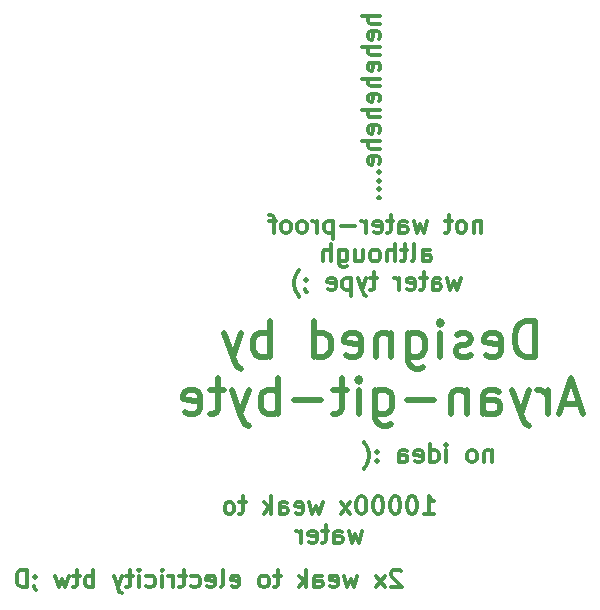
<source format=gbr>
%TF.GenerationSoftware,KiCad,Pcbnew,9.0.7-9.0.7~ubuntu24.04.1*%
%TF.CreationDate,2026-02-18T22:38:38+05:30*%
%TF.ProjectId,mudkip-themed-chaser,6d75646b-6970-42d7-9468-656d65642d63,rev?*%
%TF.SameCoordinates,Original*%
%TF.FileFunction,Legend,Bot*%
%TF.FilePolarity,Positive*%
%FSLAX46Y46*%
G04 Gerber Fmt 4.6, Leading zero omitted, Abs format (unit mm)*
G04 Created by KiCad (PCBNEW 9.0.7-9.0.7~ubuntu24.04.1) date 2026-02-18 22:38:38*
%MOMM*%
%LPD*%
G01*
G04 APERTURE LIST*
%ADD10C,0.375000*%
%ADD11C,0.500000*%
G04 APERTURE END LIST*
D10*
X174357143Y-95074428D02*
X174357143Y-96074428D01*
X174357143Y-95217285D02*
X174285714Y-95145857D01*
X174285714Y-95145857D02*
X174142857Y-95074428D01*
X174142857Y-95074428D02*
X173928571Y-95074428D01*
X173928571Y-95074428D02*
X173785714Y-95145857D01*
X173785714Y-95145857D02*
X173714286Y-95288714D01*
X173714286Y-95288714D02*
X173714286Y-96074428D01*
X172785714Y-96074428D02*
X172928571Y-96003000D01*
X172928571Y-96003000D02*
X173000000Y-95931571D01*
X173000000Y-95931571D02*
X173071428Y-95788714D01*
X173071428Y-95788714D02*
X173071428Y-95360142D01*
X173071428Y-95360142D02*
X173000000Y-95217285D01*
X173000000Y-95217285D02*
X172928571Y-95145857D01*
X172928571Y-95145857D02*
X172785714Y-95074428D01*
X172785714Y-95074428D02*
X172571428Y-95074428D01*
X172571428Y-95074428D02*
X172428571Y-95145857D01*
X172428571Y-95145857D02*
X172357143Y-95217285D01*
X172357143Y-95217285D02*
X172285714Y-95360142D01*
X172285714Y-95360142D02*
X172285714Y-95788714D01*
X172285714Y-95788714D02*
X172357143Y-95931571D01*
X172357143Y-95931571D02*
X172428571Y-96003000D01*
X172428571Y-96003000D02*
X172571428Y-96074428D01*
X172571428Y-96074428D02*
X172785714Y-96074428D01*
X170500000Y-96074428D02*
X170500000Y-95074428D01*
X170500000Y-94574428D02*
X170571428Y-94645857D01*
X170571428Y-94645857D02*
X170500000Y-94717285D01*
X170500000Y-94717285D02*
X170428571Y-94645857D01*
X170428571Y-94645857D02*
X170500000Y-94574428D01*
X170500000Y-94574428D02*
X170500000Y-94717285D01*
X169142857Y-96074428D02*
X169142857Y-94574428D01*
X169142857Y-96003000D02*
X169285714Y-96074428D01*
X169285714Y-96074428D02*
X169571428Y-96074428D01*
X169571428Y-96074428D02*
X169714285Y-96003000D01*
X169714285Y-96003000D02*
X169785714Y-95931571D01*
X169785714Y-95931571D02*
X169857142Y-95788714D01*
X169857142Y-95788714D02*
X169857142Y-95360142D01*
X169857142Y-95360142D02*
X169785714Y-95217285D01*
X169785714Y-95217285D02*
X169714285Y-95145857D01*
X169714285Y-95145857D02*
X169571428Y-95074428D01*
X169571428Y-95074428D02*
X169285714Y-95074428D01*
X169285714Y-95074428D02*
X169142857Y-95145857D01*
X167857142Y-96003000D02*
X167999999Y-96074428D01*
X167999999Y-96074428D02*
X168285714Y-96074428D01*
X168285714Y-96074428D02*
X168428571Y-96003000D01*
X168428571Y-96003000D02*
X168499999Y-95860142D01*
X168499999Y-95860142D02*
X168499999Y-95288714D01*
X168499999Y-95288714D02*
X168428571Y-95145857D01*
X168428571Y-95145857D02*
X168285714Y-95074428D01*
X168285714Y-95074428D02*
X167999999Y-95074428D01*
X167999999Y-95074428D02*
X167857142Y-95145857D01*
X167857142Y-95145857D02*
X167785714Y-95288714D01*
X167785714Y-95288714D02*
X167785714Y-95431571D01*
X167785714Y-95431571D02*
X168499999Y-95574428D01*
X166500000Y-96074428D02*
X166500000Y-95288714D01*
X166500000Y-95288714D02*
X166571428Y-95145857D01*
X166571428Y-95145857D02*
X166714285Y-95074428D01*
X166714285Y-95074428D02*
X167000000Y-95074428D01*
X167000000Y-95074428D02*
X167142857Y-95145857D01*
X166500000Y-96003000D02*
X166642857Y-96074428D01*
X166642857Y-96074428D02*
X167000000Y-96074428D01*
X167000000Y-96074428D02*
X167142857Y-96003000D01*
X167142857Y-96003000D02*
X167214285Y-95860142D01*
X167214285Y-95860142D02*
X167214285Y-95717285D01*
X167214285Y-95717285D02*
X167142857Y-95574428D01*
X167142857Y-95574428D02*
X167000000Y-95503000D01*
X167000000Y-95503000D02*
X166642857Y-95503000D01*
X166642857Y-95503000D02*
X166500000Y-95431571D01*
X164642857Y-95931571D02*
X164571428Y-96003000D01*
X164571428Y-96003000D02*
X164642857Y-96074428D01*
X164642857Y-96074428D02*
X164714285Y-96003000D01*
X164714285Y-96003000D02*
X164642857Y-95931571D01*
X164642857Y-95931571D02*
X164642857Y-96074428D01*
X164642857Y-95145857D02*
X164571428Y-95217285D01*
X164571428Y-95217285D02*
X164642857Y-95288714D01*
X164642857Y-95288714D02*
X164714285Y-95217285D01*
X164714285Y-95217285D02*
X164642857Y-95145857D01*
X164642857Y-95145857D02*
X164642857Y-95288714D01*
X163499999Y-96645857D02*
X163571428Y-96574428D01*
X163571428Y-96574428D02*
X163714285Y-96360142D01*
X163714285Y-96360142D02*
X163785714Y-96217285D01*
X163785714Y-96217285D02*
X163857142Y-96003000D01*
X163857142Y-96003000D02*
X163928571Y-95645857D01*
X163928571Y-95645857D02*
X163928571Y-95360142D01*
X163928571Y-95360142D02*
X163857142Y-95003000D01*
X163857142Y-95003000D02*
X163785714Y-94788714D01*
X163785714Y-94788714D02*
X163714285Y-94645857D01*
X163714285Y-94645857D02*
X163571428Y-94431571D01*
X163571428Y-94431571D02*
X163499999Y-94360142D01*
X168599998Y-100466970D02*
X169457141Y-100466970D01*
X169028570Y-100466970D02*
X169028570Y-98966970D01*
X169028570Y-98966970D02*
X169171427Y-99181256D01*
X169171427Y-99181256D02*
X169314284Y-99324113D01*
X169314284Y-99324113D02*
X169457141Y-99395542D01*
X167671427Y-98966970D02*
X167528570Y-98966970D01*
X167528570Y-98966970D02*
X167385713Y-99038399D01*
X167385713Y-99038399D02*
X167314285Y-99109827D01*
X167314285Y-99109827D02*
X167242856Y-99252684D01*
X167242856Y-99252684D02*
X167171427Y-99538399D01*
X167171427Y-99538399D02*
X167171427Y-99895542D01*
X167171427Y-99895542D02*
X167242856Y-100181256D01*
X167242856Y-100181256D02*
X167314285Y-100324113D01*
X167314285Y-100324113D02*
X167385713Y-100395542D01*
X167385713Y-100395542D02*
X167528570Y-100466970D01*
X167528570Y-100466970D02*
X167671427Y-100466970D01*
X167671427Y-100466970D02*
X167814285Y-100395542D01*
X167814285Y-100395542D02*
X167885713Y-100324113D01*
X167885713Y-100324113D02*
X167957142Y-100181256D01*
X167957142Y-100181256D02*
X168028570Y-99895542D01*
X168028570Y-99895542D02*
X168028570Y-99538399D01*
X168028570Y-99538399D02*
X167957142Y-99252684D01*
X167957142Y-99252684D02*
X167885713Y-99109827D01*
X167885713Y-99109827D02*
X167814285Y-99038399D01*
X167814285Y-99038399D02*
X167671427Y-98966970D01*
X166242856Y-98966970D02*
X166099999Y-98966970D01*
X166099999Y-98966970D02*
X165957142Y-99038399D01*
X165957142Y-99038399D02*
X165885714Y-99109827D01*
X165885714Y-99109827D02*
X165814285Y-99252684D01*
X165814285Y-99252684D02*
X165742856Y-99538399D01*
X165742856Y-99538399D02*
X165742856Y-99895542D01*
X165742856Y-99895542D02*
X165814285Y-100181256D01*
X165814285Y-100181256D02*
X165885714Y-100324113D01*
X165885714Y-100324113D02*
X165957142Y-100395542D01*
X165957142Y-100395542D02*
X166099999Y-100466970D01*
X166099999Y-100466970D02*
X166242856Y-100466970D01*
X166242856Y-100466970D02*
X166385714Y-100395542D01*
X166385714Y-100395542D02*
X166457142Y-100324113D01*
X166457142Y-100324113D02*
X166528571Y-100181256D01*
X166528571Y-100181256D02*
X166599999Y-99895542D01*
X166599999Y-99895542D02*
X166599999Y-99538399D01*
X166599999Y-99538399D02*
X166528571Y-99252684D01*
X166528571Y-99252684D02*
X166457142Y-99109827D01*
X166457142Y-99109827D02*
X166385714Y-99038399D01*
X166385714Y-99038399D02*
X166242856Y-98966970D01*
X164814285Y-98966970D02*
X164671428Y-98966970D01*
X164671428Y-98966970D02*
X164528571Y-99038399D01*
X164528571Y-99038399D02*
X164457143Y-99109827D01*
X164457143Y-99109827D02*
X164385714Y-99252684D01*
X164385714Y-99252684D02*
X164314285Y-99538399D01*
X164314285Y-99538399D02*
X164314285Y-99895542D01*
X164314285Y-99895542D02*
X164385714Y-100181256D01*
X164385714Y-100181256D02*
X164457143Y-100324113D01*
X164457143Y-100324113D02*
X164528571Y-100395542D01*
X164528571Y-100395542D02*
X164671428Y-100466970D01*
X164671428Y-100466970D02*
X164814285Y-100466970D01*
X164814285Y-100466970D02*
X164957143Y-100395542D01*
X164957143Y-100395542D02*
X165028571Y-100324113D01*
X165028571Y-100324113D02*
X165100000Y-100181256D01*
X165100000Y-100181256D02*
X165171428Y-99895542D01*
X165171428Y-99895542D02*
X165171428Y-99538399D01*
X165171428Y-99538399D02*
X165100000Y-99252684D01*
X165100000Y-99252684D02*
X165028571Y-99109827D01*
X165028571Y-99109827D02*
X164957143Y-99038399D01*
X164957143Y-99038399D02*
X164814285Y-98966970D01*
X163385714Y-98966970D02*
X163242857Y-98966970D01*
X163242857Y-98966970D02*
X163100000Y-99038399D01*
X163100000Y-99038399D02*
X163028572Y-99109827D01*
X163028572Y-99109827D02*
X162957143Y-99252684D01*
X162957143Y-99252684D02*
X162885714Y-99538399D01*
X162885714Y-99538399D02*
X162885714Y-99895542D01*
X162885714Y-99895542D02*
X162957143Y-100181256D01*
X162957143Y-100181256D02*
X163028572Y-100324113D01*
X163028572Y-100324113D02*
X163100000Y-100395542D01*
X163100000Y-100395542D02*
X163242857Y-100466970D01*
X163242857Y-100466970D02*
X163385714Y-100466970D01*
X163385714Y-100466970D02*
X163528572Y-100395542D01*
X163528572Y-100395542D02*
X163600000Y-100324113D01*
X163600000Y-100324113D02*
X163671429Y-100181256D01*
X163671429Y-100181256D02*
X163742857Y-99895542D01*
X163742857Y-99895542D02*
X163742857Y-99538399D01*
X163742857Y-99538399D02*
X163671429Y-99252684D01*
X163671429Y-99252684D02*
X163600000Y-99109827D01*
X163600000Y-99109827D02*
X163528572Y-99038399D01*
X163528572Y-99038399D02*
X163385714Y-98966970D01*
X162385715Y-100466970D02*
X161600001Y-99466970D01*
X162385715Y-99466970D02*
X161600001Y-100466970D01*
X160028572Y-99466970D02*
X159742858Y-100466970D01*
X159742858Y-100466970D02*
X159457143Y-99752684D01*
X159457143Y-99752684D02*
X159171429Y-100466970D01*
X159171429Y-100466970D02*
X158885715Y-99466970D01*
X157742857Y-100395542D02*
X157885714Y-100466970D01*
X157885714Y-100466970D02*
X158171429Y-100466970D01*
X158171429Y-100466970D02*
X158314286Y-100395542D01*
X158314286Y-100395542D02*
X158385714Y-100252684D01*
X158385714Y-100252684D02*
X158385714Y-99681256D01*
X158385714Y-99681256D02*
X158314286Y-99538399D01*
X158314286Y-99538399D02*
X158171429Y-99466970D01*
X158171429Y-99466970D02*
X157885714Y-99466970D01*
X157885714Y-99466970D02*
X157742857Y-99538399D01*
X157742857Y-99538399D02*
X157671429Y-99681256D01*
X157671429Y-99681256D02*
X157671429Y-99824113D01*
X157671429Y-99824113D02*
X158385714Y-99966970D01*
X156385715Y-100466970D02*
X156385715Y-99681256D01*
X156385715Y-99681256D02*
X156457143Y-99538399D01*
X156457143Y-99538399D02*
X156600000Y-99466970D01*
X156600000Y-99466970D02*
X156885715Y-99466970D01*
X156885715Y-99466970D02*
X157028572Y-99538399D01*
X156385715Y-100395542D02*
X156528572Y-100466970D01*
X156528572Y-100466970D02*
X156885715Y-100466970D01*
X156885715Y-100466970D02*
X157028572Y-100395542D01*
X157028572Y-100395542D02*
X157100000Y-100252684D01*
X157100000Y-100252684D02*
X157100000Y-100109827D01*
X157100000Y-100109827D02*
X157028572Y-99966970D01*
X157028572Y-99966970D02*
X156885715Y-99895542D01*
X156885715Y-99895542D02*
X156528572Y-99895542D01*
X156528572Y-99895542D02*
X156385715Y-99824113D01*
X155671429Y-100466970D02*
X155671429Y-98966970D01*
X155528572Y-99895542D02*
X155100000Y-100466970D01*
X155100000Y-99466970D02*
X155671429Y-100038399D01*
X153528571Y-99466970D02*
X152957143Y-99466970D01*
X153314286Y-98966970D02*
X153314286Y-100252684D01*
X153314286Y-100252684D02*
X153242857Y-100395542D01*
X153242857Y-100395542D02*
X153100000Y-100466970D01*
X153100000Y-100466970D02*
X152957143Y-100466970D01*
X152242857Y-100466970D02*
X152385714Y-100395542D01*
X152385714Y-100395542D02*
X152457143Y-100324113D01*
X152457143Y-100324113D02*
X152528571Y-100181256D01*
X152528571Y-100181256D02*
X152528571Y-99752684D01*
X152528571Y-99752684D02*
X152457143Y-99609827D01*
X152457143Y-99609827D02*
X152385714Y-99538399D01*
X152385714Y-99538399D02*
X152242857Y-99466970D01*
X152242857Y-99466970D02*
X152028571Y-99466970D01*
X152028571Y-99466970D02*
X151885714Y-99538399D01*
X151885714Y-99538399D02*
X151814286Y-99609827D01*
X151814286Y-99609827D02*
X151742857Y-99752684D01*
X151742857Y-99752684D02*
X151742857Y-100181256D01*
X151742857Y-100181256D02*
X151814286Y-100324113D01*
X151814286Y-100324113D02*
X151885714Y-100395542D01*
X151885714Y-100395542D02*
X152028571Y-100466970D01*
X152028571Y-100466970D02*
X152242857Y-100466970D01*
X163385714Y-101881886D02*
X163100000Y-102881886D01*
X163100000Y-102881886D02*
X162814285Y-102167600D01*
X162814285Y-102167600D02*
X162528571Y-102881886D01*
X162528571Y-102881886D02*
X162242857Y-101881886D01*
X161028571Y-102881886D02*
X161028571Y-102096172D01*
X161028571Y-102096172D02*
X161099999Y-101953315D01*
X161099999Y-101953315D02*
X161242856Y-101881886D01*
X161242856Y-101881886D02*
X161528571Y-101881886D01*
X161528571Y-101881886D02*
X161671428Y-101953315D01*
X161028571Y-102810458D02*
X161171428Y-102881886D01*
X161171428Y-102881886D02*
X161528571Y-102881886D01*
X161528571Y-102881886D02*
X161671428Y-102810458D01*
X161671428Y-102810458D02*
X161742856Y-102667600D01*
X161742856Y-102667600D02*
X161742856Y-102524743D01*
X161742856Y-102524743D02*
X161671428Y-102381886D01*
X161671428Y-102381886D02*
X161528571Y-102310458D01*
X161528571Y-102310458D02*
X161171428Y-102310458D01*
X161171428Y-102310458D02*
X161028571Y-102239029D01*
X160528570Y-101881886D02*
X159957142Y-101881886D01*
X160314285Y-101381886D02*
X160314285Y-102667600D01*
X160314285Y-102667600D02*
X160242856Y-102810458D01*
X160242856Y-102810458D02*
X160099999Y-102881886D01*
X160099999Y-102881886D02*
X159957142Y-102881886D01*
X158885713Y-102810458D02*
X159028570Y-102881886D01*
X159028570Y-102881886D02*
X159314285Y-102881886D01*
X159314285Y-102881886D02*
X159457142Y-102810458D01*
X159457142Y-102810458D02*
X159528570Y-102667600D01*
X159528570Y-102667600D02*
X159528570Y-102096172D01*
X159528570Y-102096172D02*
X159457142Y-101953315D01*
X159457142Y-101953315D02*
X159314285Y-101881886D01*
X159314285Y-101881886D02*
X159028570Y-101881886D01*
X159028570Y-101881886D02*
X158885713Y-101953315D01*
X158885713Y-101953315D02*
X158814285Y-102096172D01*
X158814285Y-102096172D02*
X158814285Y-102239029D01*
X158814285Y-102239029D02*
X159528570Y-102381886D01*
X158171428Y-102881886D02*
X158171428Y-101881886D01*
X158171428Y-102167600D02*
X158099999Y-102024743D01*
X158099999Y-102024743D02*
X158028571Y-101953315D01*
X158028571Y-101953315D02*
X157885713Y-101881886D01*
X157885713Y-101881886D02*
X157742856Y-101881886D01*
X164874428Y-58321428D02*
X163374428Y-58321428D01*
X164874428Y-58964286D02*
X164088714Y-58964286D01*
X164088714Y-58964286D02*
X163945857Y-58892857D01*
X163945857Y-58892857D02*
X163874428Y-58750000D01*
X163874428Y-58750000D02*
X163874428Y-58535714D01*
X163874428Y-58535714D02*
X163945857Y-58392857D01*
X163945857Y-58392857D02*
X164017285Y-58321428D01*
X164803000Y-60250000D02*
X164874428Y-60107143D01*
X164874428Y-60107143D02*
X164874428Y-59821429D01*
X164874428Y-59821429D02*
X164803000Y-59678571D01*
X164803000Y-59678571D02*
X164660142Y-59607143D01*
X164660142Y-59607143D02*
X164088714Y-59607143D01*
X164088714Y-59607143D02*
X163945857Y-59678571D01*
X163945857Y-59678571D02*
X163874428Y-59821429D01*
X163874428Y-59821429D02*
X163874428Y-60107143D01*
X163874428Y-60107143D02*
X163945857Y-60250000D01*
X163945857Y-60250000D02*
X164088714Y-60321429D01*
X164088714Y-60321429D02*
X164231571Y-60321429D01*
X164231571Y-60321429D02*
X164374428Y-59607143D01*
X164874428Y-60964285D02*
X163374428Y-60964285D01*
X164874428Y-61607143D02*
X164088714Y-61607143D01*
X164088714Y-61607143D02*
X163945857Y-61535714D01*
X163945857Y-61535714D02*
X163874428Y-61392857D01*
X163874428Y-61392857D02*
X163874428Y-61178571D01*
X163874428Y-61178571D02*
X163945857Y-61035714D01*
X163945857Y-61035714D02*
X164017285Y-60964285D01*
X164803000Y-62892857D02*
X164874428Y-62750000D01*
X164874428Y-62750000D02*
X164874428Y-62464286D01*
X164874428Y-62464286D02*
X164803000Y-62321428D01*
X164803000Y-62321428D02*
X164660142Y-62250000D01*
X164660142Y-62250000D02*
X164088714Y-62250000D01*
X164088714Y-62250000D02*
X163945857Y-62321428D01*
X163945857Y-62321428D02*
X163874428Y-62464286D01*
X163874428Y-62464286D02*
X163874428Y-62750000D01*
X163874428Y-62750000D02*
X163945857Y-62892857D01*
X163945857Y-62892857D02*
X164088714Y-62964286D01*
X164088714Y-62964286D02*
X164231571Y-62964286D01*
X164231571Y-62964286D02*
X164374428Y-62250000D01*
X164874428Y-63607142D02*
X163374428Y-63607142D01*
X164874428Y-64250000D02*
X164088714Y-64250000D01*
X164088714Y-64250000D02*
X163945857Y-64178571D01*
X163945857Y-64178571D02*
X163874428Y-64035714D01*
X163874428Y-64035714D02*
X163874428Y-63821428D01*
X163874428Y-63821428D02*
X163945857Y-63678571D01*
X163945857Y-63678571D02*
X164017285Y-63607142D01*
X164803000Y-65535714D02*
X164874428Y-65392857D01*
X164874428Y-65392857D02*
X164874428Y-65107143D01*
X164874428Y-65107143D02*
X164803000Y-64964285D01*
X164803000Y-64964285D02*
X164660142Y-64892857D01*
X164660142Y-64892857D02*
X164088714Y-64892857D01*
X164088714Y-64892857D02*
X163945857Y-64964285D01*
X163945857Y-64964285D02*
X163874428Y-65107143D01*
X163874428Y-65107143D02*
X163874428Y-65392857D01*
X163874428Y-65392857D02*
X163945857Y-65535714D01*
X163945857Y-65535714D02*
X164088714Y-65607143D01*
X164088714Y-65607143D02*
X164231571Y-65607143D01*
X164231571Y-65607143D02*
X164374428Y-64892857D01*
X164874428Y-66249999D02*
X163374428Y-66249999D01*
X164874428Y-66892857D02*
X164088714Y-66892857D01*
X164088714Y-66892857D02*
X163945857Y-66821428D01*
X163945857Y-66821428D02*
X163874428Y-66678571D01*
X163874428Y-66678571D02*
X163874428Y-66464285D01*
X163874428Y-66464285D02*
X163945857Y-66321428D01*
X163945857Y-66321428D02*
X164017285Y-66249999D01*
X164803000Y-68178571D02*
X164874428Y-68035714D01*
X164874428Y-68035714D02*
X164874428Y-67750000D01*
X164874428Y-67750000D02*
X164803000Y-67607142D01*
X164803000Y-67607142D02*
X164660142Y-67535714D01*
X164660142Y-67535714D02*
X164088714Y-67535714D01*
X164088714Y-67535714D02*
X163945857Y-67607142D01*
X163945857Y-67607142D02*
X163874428Y-67750000D01*
X163874428Y-67750000D02*
X163874428Y-68035714D01*
X163874428Y-68035714D02*
X163945857Y-68178571D01*
X163945857Y-68178571D02*
X164088714Y-68250000D01*
X164088714Y-68250000D02*
X164231571Y-68250000D01*
X164231571Y-68250000D02*
X164374428Y-67535714D01*
X164874428Y-68892856D02*
X163374428Y-68892856D01*
X164874428Y-69535714D02*
X164088714Y-69535714D01*
X164088714Y-69535714D02*
X163945857Y-69464285D01*
X163945857Y-69464285D02*
X163874428Y-69321428D01*
X163874428Y-69321428D02*
X163874428Y-69107142D01*
X163874428Y-69107142D02*
X163945857Y-68964285D01*
X163945857Y-68964285D02*
X164017285Y-68892856D01*
X164803000Y-70821428D02*
X164874428Y-70678571D01*
X164874428Y-70678571D02*
X164874428Y-70392857D01*
X164874428Y-70392857D02*
X164803000Y-70249999D01*
X164803000Y-70249999D02*
X164660142Y-70178571D01*
X164660142Y-70178571D02*
X164088714Y-70178571D01*
X164088714Y-70178571D02*
X163945857Y-70249999D01*
X163945857Y-70249999D02*
X163874428Y-70392857D01*
X163874428Y-70392857D02*
X163874428Y-70678571D01*
X163874428Y-70678571D02*
X163945857Y-70821428D01*
X163945857Y-70821428D02*
X164088714Y-70892857D01*
X164088714Y-70892857D02*
X164231571Y-70892857D01*
X164231571Y-70892857D02*
X164374428Y-70178571D01*
X164731571Y-71535713D02*
X164803000Y-71607142D01*
X164803000Y-71607142D02*
X164874428Y-71535713D01*
X164874428Y-71535713D02*
X164803000Y-71464285D01*
X164803000Y-71464285D02*
X164731571Y-71535713D01*
X164731571Y-71535713D02*
X164874428Y-71535713D01*
X164731571Y-72249999D02*
X164803000Y-72321428D01*
X164803000Y-72321428D02*
X164874428Y-72249999D01*
X164874428Y-72249999D02*
X164803000Y-72178571D01*
X164803000Y-72178571D02*
X164731571Y-72249999D01*
X164731571Y-72249999D02*
X164874428Y-72249999D01*
X164731571Y-72964285D02*
X164803000Y-73035714D01*
X164803000Y-73035714D02*
X164874428Y-72964285D01*
X164874428Y-72964285D02*
X164803000Y-72892857D01*
X164803000Y-72892857D02*
X164731571Y-72964285D01*
X164731571Y-72964285D02*
X164874428Y-72964285D01*
X164731571Y-73678571D02*
X164803000Y-73750000D01*
X164803000Y-73750000D02*
X164874428Y-73678571D01*
X164874428Y-73678571D02*
X164803000Y-73607143D01*
X164803000Y-73607143D02*
X164731571Y-73678571D01*
X164731571Y-73678571D02*
X164874428Y-73678571D01*
X173457143Y-75659512D02*
X173457143Y-76659512D01*
X173457143Y-75802369D02*
X173385714Y-75730941D01*
X173385714Y-75730941D02*
X173242857Y-75659512D01*
X173242857Y-75659512D02*
X173028571Y-75659512D01*
X173028571Y-75659512D02*
X172885714Y-75730941D01*
X172885714Y-75730941D02*
X172814286Y-75873798D01*
X172814286Y-75873798D02*
X172814286Y-76659512D01*
X171885714Y-76659512D02*
X172028571Y-76588084D01*
X172028571Y-76588084D02*
X172100000Y-76516655D01*
X172100000Y-76516655D02*
X172171428Y-76373798D01*
X172171428Y-76373798D02*
X172171428Y-75945226D01*
X172171428Y-75945226D02*
X172100000Y-75802369D01*
X172100000Y-75802369D02*
X172028571Y-75730941D01*
X172028571Y-75730941D02*
X171885714Y-75659512D01*
X171885714Y-75659512D02*
X171671428Y-75659512D01*
X171671428Y-75659512D02*
X171528571Y-75730941D01*
X171528571Y-75730941D02*
X171457143Y-75802369D01*
X171457143Y-75802369D02*
X171385714Y-75945226D01*
X171385714Y-75945226D02*
X171385714Y-76373798D01*
X171385714Y-76373798D02*
X171457143Y-76516655D01*
X171457143Y-76516655D02*
X171528571Y-76588084D01*
X171528571Y-76588084D02*
X171671428Y-76659512D01*
X171671428Y-76659512D02*
X171885714Y-76659512D01*
X170957142Y-75659512D02*
X170385714Y-75659512D01*
X170742857Y-75159512D02*
X170742857Y-76445226D01*
X170742857Y-76445226D02*
X170671428Y-76588084D01*
X170671428Y-76588084D02*
X170528571Y-76659512D01*
X170528571Y-76659512D02*
X170385714Y-76659512D01*
X168885714Y-75659512D02*
X168600000Y-76659512D01*
X168600000Y-76659512D02*
X168314285Y-75945226D01*
X168314285Y-75945226D02*
X168028571Y-76659512D01*
X168028571Y-76659512D02*
X167742857Y-75659512D01*
X166528571Y-76659512D02*
X166528571Y-75873798D01*
X166528571Y-75873798D02*
X166599999Y-75730941D01*
X166599999Y-75730941D02*
X166742856Y-75659512D01*
X166742856Y-75659512D02*
X167028571Y-75659512D01*
X167028571Y-75659512D02*
X167171428Y-75730941D01*
X166528571Y-76588084D02*
X166671428Y-76659512D01*
X166671428Y-76659512D02*
X167028571Y-76659512D01*
X167028571Y-76659512D02*
X167171428Y-76588084D01*
X167171428Y-76588084D02*
X167242856Y-76445226D01*
X167242856Y-76445226D02*
X167242856Y-76302369D01*
X167242856Y-76302369D02*
X167171428Y-76159512D01*
X167171428Y-76159512D02*
X167028571Y-76088084D01*
X167028571Y-76088084D02*
X166671428Y-76088084D01*
X166671428Y-76088084D02*
X166528571Y-76016655D01*
X166028570Y-75659512D02*
X165457142Y-75659512D01*
X165814285Y-75159512D02*
X165814285Y-76445226D01*
X165814285Y-76445226D02*
X165742856Y-76588084D01*
X165742856Y-76588084D02*
X165599999Y-76659512D01*
X165599999Y-76659512D02*
X165457142Y-76659512D01*
X164385713Y-76588084D02*
X164528570Y-76659512D01*
X164528570Y-76659512D02*
X164814285Y-76659512D01*
X164814285Y-76659512D02*
X164957142Y-76588084D01*
X164957142Y-76588084D02*
X165028570Y-76445226D01*
X165028570Y-76445226D02*
X165028570Y-75873798D01*
X165028570Y-75873798D02*
X164957142Y-75730941D01*
X164957142Y-75730941D02*
X164814285Y-75659512D01*
X164814285Y-75659512D02*
X164528570Y-75659512D01*
X164528570Y-75659512D02*
X164385713Y-75730941D01*
X164385713Y-75730941D02*
X164314285Y-75873798D01*
X164314285Y-75873798D02*
X164314285Y-76016655D01*
X164314285Y-76016655D02*
X165028570Y-76159512D01*
X163671428Y-76659512D02*
X163671428Y-75659512D01*
X163671428Y-75945226D02*
X163599999Y-75802369D01*
X163599999Y-75802369D02*
X163528571Y-75730941D01*
X163528571Y-75730941D02*
X163385713Y-75659512D01*
X163385713Y-75659512D02*
X163242856Y-75659512D01*
X162742857Y-76088084D02*
X161600000Y-76088084D01*
X160885714Y-75659512D02*
X160885714Y-77159512D01*
X160885714Y-75730941D02*
X160742857Y-75659512D01*
X160742857Y-75659512D02*
X160457142Y-75659512D01*
X160457142Y-75659512D02*
X160314285Y-75730941D01*
X160314285Y-75730941D02*
X160242857Y-75802369D01*
X160242857Y-75802369D02*
X160171428Y-75945226D01*
X160171428Y-75945226D02*
X160171428Y-76373798D01*
X160171428Y-76373798D02*
X160242857Y-76516655D01*
X160242857Y-76516655D02*
X160314285Y-76588084D01*
X160314285Y-76588084D02*
X160457142Y-76659512D01*
X160457142Y-76659512D02*
X160742857Y-76659512D01*
X160742857Y-76659512D02*
X160885714Y-76588084D01*
X159528571Y-76659512D02*
X159528571Y-75659512D01*
X159528571Y-75945226D02*
X159457142Y-75802369D01*
X159457142Y-75802369D02*
X159385714Y-75730941D01*
X159385714Y-75730941D02*
X159242856Y-75659512D01*
X159242856Y-75659512D02*
X159099999Y-75659512D01*
X158385714Y-76659512D02*
X158528571Y-76588084D01*
X158528571Y-76588084D02*
X158600000Y-76516655D01*
X158600000Y-76516655D02*
X158671428Y-76373798D01*
X158671428Y-76373798D02*
X158671428Y-75945226D01*
X158671428Y-75945226D02*
X158600000Y-75802369D01*
X158600000Y-75802369D02*
X158528571Y-75730941D01*
X158528571Y-75730941D02*
X158385714Y-75659512D01*
X158385714Y-75659512D02*
X158171428Y-75659512D01*
X158171428Y-75659512D02*
X158028571Y-75730941D01*
X158028571Y-75730941D02*
X157957143Y-75802369D01*
X157957143Y-75802369D02*
X157885714Y-75945226D01*
X157885714Y-75945226D02*
X157885714Y-76373798D01*
X157885714Y-76373798D02*
X157957143Y-76516655D01*
X157957143Y-76516655D02*
X158028571Y-76588084D01*
X158028571Y-76588084D02*
X158171428Y-76659512D01*
X158171428Y-76659512D02*
X158385714Y-76659512D01*
X157028571Y-76659512D02*
X157171428Y-76588084D01*
X157171428Y-76588084D02*
X157242857Y-76516655D01*
X157242857Y-76516655D02*
X157314285Y-76373798D01*
X157314285Y-76373798D02*
X157314285Y-75945226D01*
X157314285Y-75945226D02*
X157242857Y-75802369D01*
X157242857Y-75802369D02*
X157171428Y-75730941D01*
X157171428Y-75730941D02*
X157028571Y-75659512D01*
X157028571Y-75659512D02*
X156814285Y-75659512D01*
X156814285Y-75659512D02*
X156671428Y-75730941D01*
X156671428Y-75730941D02*
X156600000Y-75802369D01*
X156600000Y-75802369D02*
X156528571Y-75945226D01*
X156528571Y-75945226D02*
X156528571Y-76373798D01*
X156528571Y-76373798D02*
X156600000Y-76516655D01*
X156600000Y-76516655D02*
X156671428Y-76588084D01*
X156671428Y-76588084D02*
X156814285Y-76659512D01*
X156814285Y-76659512D02*
X157028571Y-76659512D01*
X156099999Y-75659512D02*
X155528571Y-75659512D01*
X155885714Y-76659512D02*
X155885714Y-75373798D01*
X155885714Y-75373798D02*
X155814285Y-75230941D01*
X155814285Y-75230941D02*
X155671428Y-75159512D01*
X155671428Y-75159512D02*
X155528571Y-75159512D01*
X168492857Y-79074428D02*
X168492857Y-78288714D01*
X168492857Y-78288714D02*
X168564285Y-78145857D01*
X168564285Y-78145857D02*
X168707142Y-78074428D01*
X168707142Y-78074428D02*
X168992857Y-78074428D01*
X168992857Y-78074428D02*
X169135714Y-78145857D01*
X168492857Y-79003000D02*
X168635714Y-79074428D01*
X168635714Y-79074428D02*
X168992857Y-79074428D01*
X168992857Y-79074428D02*
X169135714Y-79003000D01*
X169135714Y-79003000D02*
X169207142Y-78860142D01*
X169207142Y-78860142D02*
X169207142Y-78717285D01*
X169207142Y-78717285D02*
X169135714Y-78574428D01*
X169135714Y-78574428D02*
X168992857Y-78503000D01*
X168992857Y-78503000D02*
X168635714Y-78503000D01*
X168635714Y-78503000D02*
X168492857Y-78431571D01*
X167564285Y-79074428D02*
X167707142Y-79003000D01*
X167707142Y-79003000D02*
X167778571Y-78860142D01*
X167778571Y-78860142D02*
X167778571Y-77574428D01*
X167207142Y-78074428D02*
X166635714Y-78074428D01*
X166992857Y-77574428D02*
X166992857Y-78860142D01*
X166992857Y-78860142D02*
X166921428Y-79003000D01*
X166921428Y-79003000D02*
X166778571Y-79074428D01*
X166778571Y-79074428D02*
X166635714Y-79074428D01*
X166135714Y-79074428D02*
X166135714Y-77574428D01*
X165492857Y-79074428D02*
X165492857Y-78288714D01*
X165492857Y-78288714D02*
X165564285Y-78145857D01*
X165564285Y-78145857D02*
X165707142Y-78074428D01*
X165707142Y-78074428D02*
X165921428Y-78074428D01*
X165921428Y-78074428D02*
X166064285Y-78145857D01*
X166064285Y-78145857D02*
X166135714Y-78217285D01*
X164564285Y-79074428D02*
X164707142Y-79003000D01*
X164707142Y-79003000D02*
X164778571Y-78931571D01*
X164778571Y-78931571D02*
X164849999Y-78788714D01*
X164849999Y-78788714D02*
X164849999Y-78360142D01*
X164849999Y-78360142D02*
X164778571Y-78217285D01*
X164778571Y-78217285D02*
X164707142Y-78145857D01*
X164707142Y-78145857D02*
X164564285Y-78074428D01*
X164564285Y-78074428D02*
X164349999Y-78074428D01*
X164349999Y-78074428D02*
X164207142Y-78145857D01*
X164207142Y-78145857D02*
X164135714Y-78217285D01*
X164135714Y-78217285D02*
X164064285Y-78360142D01*
X164064285Y-78360142D02*
X164064285Y-78788714D01*
X164064285Y-78788714D02*
X164135714Y-78931571D01*
X164135714Y-78931571D02*
X164207142Y-79003000D01*
X164207142Y-79003000D02*
X164349999Y-79074428D01*
X164349999Y-79074428D02*
X164564285Y-79074428D01*
X162778571Y-78074428D02*
X162778571Y-79074428D01*
X163421428Y-78074428D02*
X163421428Y-78860142D01*
X163421428Y-78860142D02*
X163349999Y-79003000D01*
X163349999Y-79003000D02*
X163207142Y-79074428D01*
X163207142Y-79074428D02*
X162992856Y-79074428D01*
X162992856Y-79074428D02*
X162849999Y-79003000D01*
X162849999Y-79003000D02*
X162778571Y-78931571D01*
X161421428Y-78074428D02*
X161421428Y-79288714D01*
X161421428Y-79288714D02*
X161492856Y-79431571D01*
X161492856Y-79431571D02*
X161564285Y-79503000D01*
X161564285Y-79503000D02*
X161707142Y-79574428D01*
X161707142Y-79574428D02*
X161921428Y-79574428D01*
X161921428Y-79574428D02*
X162064285Y-79503000D01*
X161421428Y-79003000D02*
X161564285Y-79074428D01*
X161564285Y-79074428D02*
X161849999Y-79074428D01*
X161849999Y-79074428D02*
X161992856Y-79003000D01*
X161992856Y-79003000D02*
X162064285Y-78931571D01*
X162064285Y-78931571D02*
X162135713Y-78788714D01*
X162135713Y-78788714D02*
X162135713Y-78360142D01*
X162135713Y-78360142D02*
X162064285Y-78217285D01*
X162064285Y-78217285D02*
X161992856Y-78145857D01*
X161992856Y-78145857D02*
X161849999Y-78074428D01*
X161849999Y-78074428D02*
X161564285Y-78074428D01*
X161564285Y-78074428D02*
X161421428Y-78145857D01*
X160707142Y-79074428D02*
X160707142Y-77574428D01*
X160064285Y-79074428D02*
X160064285Y-78288714D01*
X160064285Y-78288714D02*
X160135713Y-78145857D01*
X160135713Y-78145857D02*
X160278570Y-78074428D01*
X160278570Y-78074428D02*
X160492856Y-78074428D01*
X160492856Y-78074428D02*
X160635713Y-78145857D01*
X160635713Y-78145857D02*
X160707142Y-78217285D01*
X171707142Y-80489344D02*
X171421428Y-81489344D01*
X171421428Y-81489344D02*
X171135713Y-80775058D01*
X171135713Y-80775058D02*
X170849999Y-81489344D01*
X170849999Y-81489344D02*
X170564285Y-80489344D01*
X169349999Y-81489344D02*
X169349999Y-80703630D01*
X169349999Y-80703630D02*
X169421427Y-80560773D01*
X169421427Y-80560773D02*
X169564284Y-80489344D01*
X169564284Y-80489344D02*
X169849999Y-80489344D01*
X169849999Y-80489344D02*
X169992856Y-80560773D01*
X169349999Y-81417916D02*
X169492856Y-81489344D01*
X169492856Y-81489344D02*
X169849999Y-81489344D01*
X169849999Y-81489344D02*
X169992856Y-81417916D01*
X169992856Y-81417916D02*
X170064284Y-81275058D01*
X170064284Y-81275058D02*
X170064284Y-81132201D01*
X170064284Y-81132201D02*
X169992856Y-80989344D01*
X169992856Y-80989344D02*
X169849999Y-80917916D01*
X169849999Y-80917916D02*
X169492856Y-80917916D01*
X169492856Y-80917916D02*
X169349999Y-80846487D01*
X168849998Y-80489344D02*
X168278570Y-80489344D01*
X168635713Y-79989344D02*
X168635713Y-81275058D01*
X168635713Y-81275058D02*
X168564284Y-81417916D01*
X168564284Y-81417916D02*
X168421427Y-81489344D01*
X168421427Y-81489344D02*
X168278570Y-81489344D01*
X167207141Y-81417916D02*
X167349998Y-81489344D01*
X167349998Y-81489344D02*
X167635713Y-81489344D01*
X167635713Y-81489344D02*
X167778570Y-81417916D01*
X167778570Y-81417916D02*
X167849998Y-81275058D01*
X167849998Y-81275058D02*
X167849998Y-80703630D01*
X167849998Y-80703630D02*
X167778570Y-80560773D01*
X167778570Y-80560773D02*
X167635713Y-80489344D01*
X167635713Y-80489344D02*
X167349998Y-80489344D01*
X167349998Y-80489344D02*
X167207141Y-80560773D01*
X167207141Y-80560773D02*
X167135713Y-80703630D01*
X167135713Y-80703630D02*
X167135713Y-80846487D01*
X167135713Y-80846487D02*
X167849998Y-80989344D01*
X166492856Y-81489344D02*
X166492856Y-80489344D01*
X166492856Y-80775058D02*
X166421427Y-80632201D01*
X166421427Y-80632201D02*
X166349999Y-80560773D01*
X166349999Y-80560773D02*
X166207141Y-80489344D01*
X166207141Y-80489344D02*
X166064284Y-80489344D01*
X164635713Y-80489344D02*
X164064285Y-80489344D01*
X164421428Y-79989344D02*
X164421428Y-81275058D01*
X164421428Y-81275058D02*
X164349999Y-81417916D01*
X164349999Y-81417916D02*
X164207142Y-81489344D01*
X164207142Y-81489344D02*
X164064285Y-81489344D01*
X163707142Y-80489344D02*
X163349999Y-81489344D01*
X162992856Y-80489344D02*
X163349999Y-81489344D01*
X163349999Y-81489344D02*
X163492856Y-81846487D01*
X163492856Y-81846487D02*
X163564285Y-81917916D01*
X163564285Y-81917916D02*
X163707142Y-81989344D01*
X162421428Y-80489344D02*
X162421428Y-81989344D01*
X162421428Y-80560773D02*
X162278571Y-80489344D01*
X162278571Y-80489344D02*
X161992856Y-80489344D01*
X161992856Y-80489344D02*
X161849999Y-80560773D01*
X161849999Y-80560773D02*
X161778571Y-80632201D01*
X161778571Y-80632201D02*
X161707142Y-80775058D01*
X161707142Y-80775058D02*
X161707142Y-81203630D01*
X161707142Y-81203630D02*
X161778571Y-81346487D01*
X161778571Y-81346487D02*
X161849999Y-81417916D01*
X161849999Y-81417916D02*
X161992856Y-81489344D01*
X161992856Y-81489344D02*
X162278571Y-81489344D01*
X162278571Y-81489344D02*
X162421428Y-81417916D01*
X160492856Y-81417916D02*
X160635713Y-81489344D01*
X160635713Y-81489344D02*
X160921428Y-81489344D01*
X160921428Y-81489344D02*
X161064285Y-81417916D01*
X161064285Y-81417916D02*
X161135713Y-81275058D01*
X161135713Y-81275058D02*
X161135713Y-80703630D01*
X161135713Y-80703630D02*
X161064285Y-80560773D01*
X161064285Y-80560773D02*
X160921428Y-80489344D01*
X160921428Y-80489344D02*
X160635713Y-80489344D01*
X160635713Y-80489344D02*
X160492856Y-80560773D01*
X160492856Y-80560773D02*
X160421428Y-80703630D01*
X160421428Y-80703630D02*
X160421428Y-80846487D01*
X160421428Y-80846487D02*
X161135713Y-80989344D01*
X158564285Y-81417916D02*
X158564285Y-81489344D01*
X158564285Y-81489344D02*
X158635714Y-81632201D01*
X158635714Y-81632201D02*
X158707142Y-81703630D01*
X158635714Y-80560773D02*
X158564285Y-80632201D01*
X158564285Y-80632201D02*
X158635714Y-80703630D01*
X158635714Y-80703630D02*
X158707142Y-80632201D01*
X158707142Y-80632201D02*
X158635714Y-80560773D01*
X158635714Y-80560773D02*
X158635714Y-80703630D01*
X158064285Y-82060773D02*
X157992856Y-81989344D01*
X157992856Y-81989344D02*
X157849999Y-81775058D01*
X157849999Y-81775058D02*
X157778571Y-81632201D01*
X157778571Y-81632201D02*
X157707142Y-81417916D01*
X157707142Y-81417916D02*
X157635713Y-81060773D01*
X157635713Y-81060773D02*
X157635713Y-80775058D01*
X157635713Y-80775058D02*
X157707142Y-80417916D01*
X157707142Y-80417916D02*
X157778571Y-80203630D01*
X157778571Y-80203630D02*
X157849999Y-80060773D01*
X157849999Y-80060773D02*
X157992856Y-79846487D01*
X157992856Y-79846487D02*
X158064285Y-79775058D01*
D11*
X178000000Y-87146941D02*
X178000000Y-84146941D01*
X178000000Y-84146941D02*
X177285714Y-84146941D01*
X177285714Y-84146941D02*
X176857143Y-84289798D01*
X176857143Y-84289798D02*
X176571428Y-84575512D01*
X176571428Y-84575512D02*
X176428571Y-84861226D01*
X176428571Y-84861226D02*
X176285714Y-85432655D01*
X176285714Y-85432655D02*
X176285714Y-85861226D01*
X176285714Y-85861226D02*
X176428571Y-86432655D01*
X176428571Y-86432655D02*
X176571428Y-86718369D01*
X176571428Y-86718369D02*
X176857143Y-87004084D01*
X176857143Y-87004084D02*
X177285714Y-87146941D01*
X177285714Y-87146941D02*
X178000000Y-87146941D01*
X173857143Y-87004084D02*
X174142857Y-87146941D01*
X174142857Y-87146941D02*
X174714286Y-87146941D01*
X174714286Y-87146941D02*
X175000000Y-87004084D01*
X175000000Y-87004084D02*
X175142857Y-86718369D01*
X175142857Y-86718369D02*
X175142857Y-85575512D01*
X175142857Y-85575512D02*
X175000000Y-85289798D01*
X175000000Y-85289798D02*
X174714286Y-85146941D01*
X174714286Y-85146941D02*
X174142857Y-85146941D01*
X174142857Y-85146941D02*
X173857143Y-85289798D01*
X173857143Y-85289798D02*
X173714286Y-85575512D01*
X173714286Y-85575512D02*
X173714286Y-85861226D01*
X173714286Y-85861226D02*
X175142857Y-86146941D01*
X172571428Y-87004084D02*
X172285714Y-87146941D01*
X172285714Y-87146941D02*
X171714285Y-87146941D01*
X171714285Y-87146941D02*
X171428571Y-87004084D01*
X171428571Y-87004084D02*
X171285714Y-86718369D01*
X171285714Y-86718369D02*
X171285714Y-86575512D01*
X171285714Y-86575512D02*
X171428571Y-86289798D01*
X171428571Y-86289798D02*
X171714285Y-86146941D01*
X171714285Y-86146941D02*
X172142857Y-86146941D01*
X172142857Y-86146941D02*
X172428571Y-86004084D01*
X172428571Y-86004084D02*
X172571428Y-85718369D01*
X172571428Y-85718369D02*
X172571428Y-85575512D01*
X172571428Y-85575512D02*
X172428571Y-85289798D01*
X172428571Y-85289798D02*
X172142857Y-85146941D01*
X172142857Y-85146941D02*
X171714285Y-85146941D01*
X171714285Y-85146941D02*
X171428571Y-85289798D01*
X170000000Y-87146941D02*
X170000000Y-85146941D01*
X170000000Y-84146941D02*
X170142857Y-84289798D01*
X170142857Y-84289798D02*
X170000000Y-84432655D01*
X170000000Y-84432655D02*
X169857143Y-84289798D01*
X169857143Y-84289798D02*
X170000000Y-84146941D01*
X170000000Y-84146941D02*
X170000000Y-84432655D01*
X167285715Y-85146941D02*
X167285715Y-87575512D01*
X167285715Y-87575512D02*
X167428572Y-87861226D01*
X167428572Y-87861226D02*
X167571429Y-88004084D01*
X167571429Y-88004084D02*
X167857143Y-88146941D01*
X167857143Y-88146941D02*
X168285715Y-88146941D01*
X168285715Y-88146941D02*
X168571429Y-88004084D01*
X167285715Y-87004084D02*
X167571429Y-87146941D01*
X167571429Y-87146941D02*
X168142857Y-87146941D01*
X168142857Y-87146941D02*
X168428572Y-87004084D01*
X168428572Y-87004084D02*
X168571429Y-86861226D01*
X168571429Y-86861226D02*
X168714286Y-86575512D01*
X168714286Y-86575512D02*
X168714286Y-85718369D01*
X168714286Y-85718369D02*
X168571429Y-85432655D01*
X168571429Y-85432655D02*
X168428572Y-85289798D01*
X168428572Y-85289798D02*
X168142857Y-85146941D01*
X168142857Y-85146941D02*
X167571429Y-85146941D01*
X167571429Y-85146941D02*
X167285715Y-85289798D01*
X165857143Y-85146941D02*
X165857143Y-87146941D01*
X165857143Y-85432655D02*
X165714286Y-85289798D01*
X165714286Y-85289798D02*
X165428571Y-85146941D01*
X165428571Y-85146941D02*
X165000000Y-85146941D01*
X165000000Y-85146941D02*
X164714286Y-85289798D01*
X164714286Y-85289798D02*
X164571429Y-85575512D01*
X164571429Y-85575512D02*
X164571429Y-87146941D01*
X162000000Y-87004084D02*
X162285714Y-87146941D01*
X162285714Y-87146941D02*
X162857143Y-87146941D01*
X162857143Y-87146941D02*
X163142857Y-87004084D01*
X163142857Y-87004084D02*
X163285714Y-86718369D01*
X163285714Y-86718369D02*
X163285714Y-85575512D01*
X163285714Y-85575512D02*
X163142857Y-85289798D01*
X163142857Y-85289798D02*
X162857143Y-85146941D01*
X162857143Y-85146941D02*
X162285714Y-85146941D01*
X162285714Y-85146941D02*
X162000000Y-85289798D01*
X162000000Y-85289798D02*
X161857143Y-85575512D01*
X161857143Y-85575512D02*
X161857143Y-85861226D01*
X161857143Y-85861226D02*
X163285714Y-86146941D01*
X159285714Y-87146941D02*
X159285714Y-84146941D01*
X159285714Y-87004084D02*
X159571428Y-87146941D01*
X159571428Y-87146941D02*
X160142856Y-87146941D01*
X160142856Y-87146941D02*
X160428571Y-87004084D01*
X160428571Y-87004084D02*
X160571428Y-86861226D01*
X160571428Y-86861226D02*
X160714285Y-86575512D01*
X160714285Y-86575512D02*
X160714285Y-85718369D01*
X160714285Y-85718369D02*
X160571428Y-85432655D01*
X160571428Y-85432655D02*
X160428571Y-85289798D01*
X160428571Y-85289798D02*
X160142856Y-85146941D01*
X160142856Y-85146941D02*
X159571428Y-85146941D01*
X159571428Y-85146941D02*
X159285714Y-85289798D01*
X155571428Y-87146941D02*
X155571428Y-84146941D01*
X155571428Y-85289798D02*
X155285714Y-85146941D01*
X155285714Y-85146941D02*
X154714285Y-85146941D01*
X154714285Y-85146941D02*
X154428571Y-85289798D01*
X154428571Y-85289798D02*
X154285714Y-85432655D01*
X154285714Y-85432655D02*
X154142856Y-85718369D01*
X154142856Y-85718369D02*
X154142856Y-86575512D01*
X154142856Y-86575512D02*
X154285714Y-86861226D01*
X154285714Y-86861226D02*
X154428571Y-87004084D01*
X154428571Y-87004084D02*
X154714285Y-87146941D01*
X154714285Y-87146941D02*
X155285714Y-87146941D01*
X155285714Y-87146941D02*
X155571428Y-87004084D01*
X153142856Y-85146941D02*
X152428570Y-87146941D01*
X151714285Y-85146941D02*
X152428570Y-87146941D01*
X152428570Y-87146941D02*
X152714285Y-87861226D01*
X152714285Y-87861226D02*
X152857142Y-88004084D01*
X152857142Y-88004084D02*
X153142856Y-88146941D01*
X181785715Y-91119630D02*
X180357144Y-91119630D01*
X182071429Y-91976773D02*
X181071429Y-88976773D01*
X181071429Y-88976773D02*
X180071429Y-91976773D01*
X179071429Y-91976773D02*
X179071429Y-89976773D01*
X179071429Y-90548201D02*
X178928572Y-90262487D01*
X178928572Y-90262487D02*
X178785715Y-90119630D01*
X178785715Y-90119630D02*
X178500000Y-89976773D01*
X178500000Y-89976773D02*
X178214286Y-89976773D01*
X177500000Y-89976773D02*
X176785714Y-91976773D01*
X176071429Y-89976773D02*
X176785714Y-91976773D01*
X176785714Y-91976773D02*
X177071429Y-92691058D01*
X177071429Y-92691058D02*
X177214286Y-92833916D01*
X177214286Y-92833916D02*
X177500000Y-92976773D01*
X173642858Y-91976773D02*
X173642858Y-90405344D01*
X173642858Y-90405344D02*
X173785715Y-90119630D01*
X173785715Y-90119630D02*
X174071429Y-89976773D01*
X174071429Y-89976773D02*
X174642858Y-89976773D01*
X174642858Y-89976773D02*
X174928572Y-90119630D01*
X173642858Y-91833916D02*
X173928572Y-91976773D01*
X173928572Y-91976773D02*
X174642858Y-91976773D01*
X174642858Y-91976773D02*
X174928572Y-91833916D01*
X174928572Y-91833916D02*
X175071429Y-91548201D01*
X175071429Y-91548201D02*
X175071429Y-91262487D01*
X175071429Y-91262487D02*
X174928572Y-90976773D01*
X174928572Y-90976773D02*
X174642858Y-90833916D01*
X174642858Y-90833916D02*
X173928572Y-90833916D01*
X173928572Y-90833916D02*
X173642858Y-90691058D01*
X172214286Y-89976773D02*
X172214286Y-91976773D01*
X172214286Y-90262487D02*
X172071429Y-90119630D01*
X172071429Y-90119630D02*
X171785714Y-89976773D01*
X171785714Y-89976773D02*
X171357143Y-89976773D01*
X171357143Y-89976773D02*
X171071429Y-90119630D01*
X171071429Y-90119630D02*
X170928572Y-90405344D01*
X170928572Y-90405344D02*
X170928572Y-91976773D01*
X169500000Y-90833916D02*
X167214286Y-90833916D01*
X164500000Y-89976773D02*
X164500000Y-92405344D01*
X164500000Y-92405344D02*
X164642857Y-92691058D01*
X164642857Y-92691058D02*
X164785714Y-92833916D01*
X164785714Y-92833916D02*
X165071428Y-92976773D01*
X165071428Y-92976773D02*
X165500000Y-92976773D01*
X165500000Y-92976773D02*
X165785714Y-92833916D01*
X164500000Y-91833916D02*
X164785714Y-91976773D01*
X164785714Y-91976773D02*
X165357142Y-91976773D01*
X165357142Y-91976773D02*
X165642857Y-91833916D01*
X165642857Y-91833916D02*
X165785714Y-91691058D01*
X165785714Y-91691058D02*
X165928571Y-91405344D01*
X165928571Y-91405344D02*
X165928571Y-90548201D01*
X165928571Y-90548201D02*
X165785714Y-90262487D01*
X165785714Y-90262487D02*
X165642857Y-90119630D01*
X165642857Y-90119630D02*
X165357142Y-89976773D01*
X165357142Y-89976773D02*
X164785714Y-89976773D01*
X164785714Y-89976773D02*
X164500000Y-90119630D01*
X163071428Y-91976773D02*
X163071428Y-89976773D01*
X163071428Y-88976773D02*
X163214285Y-89119630D01*
X163214285Y-89119630D02*
X163071428Y-89262487D01*
X163071428Y-89262487D02*
X162928571Y-89119630D01*
X162928571Y-89119630D02*
X163071428Y-88976773D01*
X163071428Y-88976773D02*
X163071428Y-89262487D01*
X162071428Y-89976773D02*
X160928571Y-89976773D01*
X161642857Y-88976773D02*
X161642857Y-91548201D01*
X161642857Y-91548201D02*
X161500000Y-91833916D01*
X161500000Y-91833916D02*
X161214285Y-91976773D01*
X161214285Y-91976773D02*
X160928571Y-91976773D01*
X159928571Y-90833916D02*
X157642857Y-90833916D01*
X156214285Y-91976773D02*
X156214285Y-88976773D01*
X156214285Y-90119630D02*
X155928571Y-89976773D01*
X155928571Y-89976773D02*
X155357142Y-89976773D01*
X155357142Y-89976773D02*
X155071428Y-90119630D01*
X155071428Y-90119630D02*
X154928571Y-90262487D01*
X154928571Y-90262487D02*
X154785713Y-90548201D01*
X154785713Y-90548201D02*
X154785713Y-91405344D01*
X154785713Y-91405344D02*
X154928571Y-91691058D01*
X154928571Y-91691058D02*
X155071428Y-91833916D01*
X155071428Y-91833916D02*
X155357142Y-91976773D01*
X155357142Y-91976773D02*
X155928571Y-91976773D01*
X155928571Y-91976773D02*
X156214285Y-91833916D01*
X153785713Y-89976773D02*
X153071427Y-91976773D01*
X152357142Y-89976773D02*
X153071427Y-91976773D01*
X153071427Y-91976773D02*
X153357142Y-92691058D01*
X153357142Y-92691058D02*
X153499999Y-92833916D01*
X153499999Y-92833916D02*
X153785713Y-92976773D01*
X151642856Y-89976773D02*
X150499999Y-89976773D01*
X151214285Y-88976773D02*
X151214285Y-91548201D01*
X151214285Y-91548201D02*
X151071428Y-91833916D01*
X151071428Y-91833916D02*
X150785713Y-91976773D01*
X150785713Y-91976773D02*
X150499999Y-91976773D01*
X148357142Y-91833916D02*
X148642856Y-91976773D01*
X148642856Y-91976773D02*
X149214285Y-91976773D01*
X149214285Y-91976773D02*
X149499999Y-91833916D01*
X149499999Y-91833916D02*
X149642856Y-91548201D01*
X149642856Y-91548201D02*
X149642856Y-90405344D01*
X149642856Y-90405344D02*
X149499999Y-90119630D01*
X149499999Y-90119630D02*
X149214285Y-89976773D01*
X149214285Y-89976773D02*
X148642856Y-89976773D01*
X148642856Y-89976773D02*
X148357142Y-90119630D01*
X148357142Y-90119630D02*
X148214285Y-90405344D01*
X148214285Y-90405344D02*
X148214285Y-90691058D01*
X148214285Y-90691058D02*
X149642856Y-90976773D01*
D10*
X166685713Y-105317285D02*
X166614285Y-105245857D01*
X166614285Y-105245857D02*
X166471428Y-105174428D01*
X166471428Y-105174428D02*
X166114285Y-105174428D01*
X166114285Y-105174428D02*
X165971428Y-105245857D01*
X165971428Y-105245857D02*
X165899999Y-105317285D01*
X165899999Y-105317285D02*
X165828570Y-105460142D01*
X165828570Y-105460142D02*
X165828570Y-105603000D01*
X165828570Y-105603000D02*
X165899999Y-105817285D01*
X165899999Y-105817285D02*
X166757142Y-106674428D01*
X166757142Y-106674428D02*
X165828570Y-106674428D01*
X165328571Y-106674428D02*
X164542857Y-105674428D01*
X165328571Y-105674428D02*
X164542857Y-106674428D01*
X162971428Y-105674428D02*
X162685714Y-106674428D01*
X162685714Y-106674428D02*
X162399999Y-105960142D01*
X162399999Y-105960142D02*
X162114285Y-106674428D01*
X162114285Y-106674428D02*
X161828571Y-105674428D01*
X160685713Y-106603000D02*
X160828570Y-106674428D01*
X160828570Y-106674428D02*
X161114285Y-106674428D01*
X161114285Y-106674428D02*
X161257142Y-106603000D01*
X161257142Y-106603000D02*
X161328570Y-106460142D01*
X161328570Y-106460142D02*
X161328570Y-105888714D01*
X161328570Y-105888714D02*
X161257142Y-105745857D01*
X161257142Y-105745857D02*
X161114285Y-105674428D01*
X161114285Y-105674428D02*
X160828570Y-105674428D01*
X160828570Y-105674428D02*
X160685713Y-105745857D01*
X160685713Y-105745857D02*
X160614285Y-105888714D01*
X160614285Y-105888714D02*
X160614285Y-106031571D01*
X160614285Y-106031571D02*
X161328570Y-106174428D01*
X159328571Y-106674428D02*
X159328571Y-105888714D01*
X159328571Y-105888714D02*
X159399999Y-105745857D01*
X159399999Y-105745857D02*
X159542856Y-105674428D01*
X159542856Y-105674428D02*
X159828571Y-105674428D01*
X159828571Y-105674428D02*
X159971428Y-105745857D01*
X159328571Y-106603000D02*
X159471428Y-106674428D01*
X159471428Y-106674428D02*
X159828571Y-106674428D01*
X159828571Y-106674428D02*
X159971428Y-106603000D01*
X159971428Y-106603000D02*
X160042856Y-106460142D01*
X160042856Y-106460142D02*
X160042856Y-106317285D01*
X160042856Y-106317285D02*
X159971428Y-106174428D01*
X159971428Y-106174428D02*
X159828571Y-106103000D01*
X159828571Y-106103000D02*
X159471428Y-106103000D01*
X159471428Y-106103000D02*
X159328571Y-106031571D01*
X158614285Y-106674428D02*
X158614285Y-105174428D01*
X158471428Y-106103000D02*
X158042856Y-106674428D01*
X158042856Y-105674428D02*
X158614285Y-106245857D01*
X156471427Y-105674428D02*
X155899999Y-105674428D01*
X156257142Y-105174428D02*
X156257142Y-106460142D01*
X156257142Y-106460142D02*
X156185713Y-106603000D01*
X156185713Y-106603000D02*
X156042856Y-106674428D01*
X156042856Y-106674428D02*
X155899999Y-106674428D01*
X155185713Y-106674428D02*
X155328570Y-106603000D01*
X155328570Y-106603000D02*
X155399999Y-106531571D01*
X155399999Y-106531571D02*
X155471427Y-106388714D01*
X155471427Y-106388714D02*
X155471427Y-105960142D01*
X155471427Y-105960142D02*
X155399999Y-105817285D01*
X155399999Y-105817285D02*
X155328570Y-105745857D01*
X155328570Y-105745857D02*
X155185713Y-105674428D01*
X155185713Y-105674428D02*
X154971427Y-105674428D01*
X154971427Y-105674428D02*
X154828570Y-105745857D01*
X154828570Y-105745857D02*
X154757142Y-105817285D01*
X154757142Y-105817285D02*
X154685713Y-105960142D01*
X154685713Y-105960142D02*
X154685713Y-106388714D01*
X154685713Y-106388714D02*
X154757142Y-106531571D01*
X154757142Y-106531571D02*
X154828570Y-106603000D01*
X154828570Y-106603000D02*
X154971427Y-106674428D01*
X154971427Y-106674428D02*
X155185713Y-106674428D01*
X152328570Y-106603000D02*
X152471427Y-106674428D01*
X152471427Y-106674428D02*
X152757142Y-106674428D01*
X152757142Y-106674428D02*
X152899999Y-106603000D01*
X152899999Y-106603000D02*
X152971427Y-106460142D01*
X152971427Y-106460142D02*
X152971427Y-105888714D01*
X152971427Y-105888714D02*
X152899999Y-105745857D01*
X152899999Y-105745857D02*
X152757142Y-105674428D01*
X152757142Y-105674428D02*
X152471427Y-105674428D01*
X152471427Y-105674428D02*
X152328570Y-105745857D01*
X152328570Y-105745857D02*
X152257142Y-105888714D01*
X152257142Y-105888714D02*
X152257142Y-106031571D01*
X152257142Y-106031571D02*
X152971427Y-106174428D01*
X151399999Y-106674428D02*
X151542856Y-106603000D01*
X151542856Y-106603000D02*
X151614285Y-106460142D01*
X151614285Y-106460142D02*
X151614285Y-105174428D01*
X150257142Y-106603000D02*
X150399999Y-106674428D01*
X150399999Y-106674428D02*
X150685714Y-106674428D01*
X150685714Y-106674428D02*
X150828571Y-106603000D01*
X150828571Y-106603000D02*
X150899999Y-106460142D01*
X150899999Y-106460142D02*
X150899999Y-105888714D01*
X150899999Y-105888714D02*
X150828571Y-105745857D01*
X150828571Y-105745857D02*
X150685714Y-105674428D01*
X150685714Y-105674428D02*
X150399999Y-105674428D01*
X150399999Y-105674428D02*
X150257142Y-105745857D01*
X150257142Y-105745857D02*
X150185714Y-105888714D01*
X150185714Y-105888714D02*
X150185714Y-106031571D01*
X150185714Y-106031571D02*
X150899999Y-106174428D01*
X148900000Y-106603000D02*
X149042857Y-106674428D01*
X149042857Y-106674428D02*
X149328571Y-106674428D01*
X149328571Y-106674428D02*
X149471428Y-106603000D01*
X149471428Y-106603000D02*
X149542857Y-106531571D01*
X149542857Y-106531571D02*
X149614285Y-106388714D01*
X149614285Y-106388714D02*
X149614285Y-105960142D01*
X149614285Y-105960142D02*
X149542857Y-105817285D01*
X149542857Y-105817285D02*
X149471428Y-105745857D01*
X149471428Y-105745857D02*
X149328571Y-105674428D01*
X149328571Y-105674428D02*
X149042857Y-105674428D01*
X149042857Y-105674428D02*
X148900000Y-105745857D01*
X148471428Y-105674428D02*
X147900000Y-105674428D01*
X148257143Y-105174428D02*
X148257143Y-106460142D01*
X148257143Y-106460142D02*
X148185714Y-106603000D01*
X148185714Y-106603000D02*
X148042857Y-106674428D01*
X148042857Y-106674428D02*
X147900000Y-106674428D01*
X147400000Y-106674428D02*
X147400000Y-105674428D01*
X147400000Y-105960142D02*
X147328571Y-105817285D01*
X147328571Y-105817285D02*
X147257143Y-105745857D01*
X147257143Y-105745857D02*
X147114285Y-105674428D01*
X147114285Y-105674428D02*
X146971428Y-105674428D01*
X146471429Y-106674428D02*
X146471429Y-105674428D01*
X146471429Y-105174428D02*
X146542857Y-105245857D01*
X146542857Y-105245857D02*
X146471429Y-105317285D01*
X146471429Y-105317285D02*
X146400000Y-105245857D01*
X146400000Y-105245857D02*
X146471429Y-105174428D01*
X146471429Y-105174428D02*
X146471429Y-105317285D01*
X145114286Y-106603000D02*
X145257143Y-106674428D01*
X145257143Y-106674428D02*
X145542857Y-106674428D01*
X145542857Y-106674428D02*
X145685714Y-106603000D01*
X145685714Y-106603000D02*
X145757143Y-106531571D01*
X145757143Y-106531571D02*
X145828571Y-106388714D01*
X145828571Y-106388714D02*
X145828571Y-105960142D01*
X145828571Y-105960142D02*
X145757143Y-105817285D01*
X145757143Y-105817285D02*
X145685714Y-105745857D01*
X145685714Y-105745857D02*
X145542857Y-105674428D01*
X145542857Y-105674428D02*
X145257143Y-105674428D01*
X145257143Y-105674428D02*
X145114286Y-105745857D01*
X144471429Y-106674428D02*
X144471429Y-105674428D01*
X144471429Y-105174428D02*
X144542857Y-105245857D01*
X144542857Y-105245857D02*
X144471429Y-105317285D01*
X144471429Y-105317285D02*
X144400000Y-105245857D01*
X144400000Y-105245857D02*
X144471429Y-105174428D01*
X144471429Y-105174428D02*
X144471429Y-105317285D01*
X143971428Y-105674428D02*
X143400000Y-105674428D01*
X143757143Y-105174428D02*
X143757143Y-106460142D01*
X143757143Y-106460142D02*
X143685714Y-106603000D01*
X143685714Y-106603000D02*
X143542857Y-106674428D01*
X143542857Y-106674428D02*
X143400000Y-106674428D01*
X143042857Y-105674428D02*
X142685714Y-106674428D01*
X142328571Y-105674428D02*
X142685714Y-106674428D01*
X142685714Y-106674428D02*
X142828571Y-107031571D01*
X142828571Y-107031571D02*
X142900000Y-107103000D01*
X142900000Y-107103000D02*
X143042857Y-107174428D01*
X140614286Y-106674428D02*
X140614286Y-105174428D01*
X140614286Y-105745857D02*
X140471429Y-105674428D01*
X140471429Y-105674428D02*
X140185714Y-105674428D01*
X140185714Y-105674428D02*
X140042857Y-105745857D01*
X140042857Y-105745857D02*
X139971429Y-105817285D01*
X139971429Y-105817285D02*
X139900000Y-105960142D01*
X139900000Y-105960142D02*
X139900000Y-106388714D01*
X139900000Y-106388714D02*
X139971429Y-106531571D01*
X139971429Y-106531571D02*
X140042857Y-106603000D01*
X140042857Y-106603000D02*
X140185714Y-106674428D01*
X140185714Y-106674428D02*
X140471429Y-106674428D01*
X140471429Y-106674428D02*
X140614286Y-106603000D01*
X139471428Y-105674428D02*
X138900000Y-105674428D01*
X139257143Y-105174428D02*
X139257143Y-106460142D01*
X139257143Y-106460142D02*
X139185714Y-106603000D01*
X139185714Y-106603000D02*
X139042857Y-106674428D01*
X139042857Y-106674428D02*
X138900000Y-106674428D01*
X138542857Y-105674428D02*
X138257143Y-106674428D01*
X138257143Y-106674428D02*
X137971428Y-105960142D01*
X137971428Y-105960142D02*
X137685714Y-106674428D01*
X137685714Y-106674428D02*
X137400000Y-105674428D01*
X135614285Y-106603000D02*
X135614285Y-106674428D01*
X135614285Y-106674428D02*
X135685714Y-106817285D01*
X135685714Y-106817285D02*
X135757142Y-106888714D01*
X135685714Y-105745857D02*
X135614285Y-105817285D01*
X135614285Y-105817285D02*
X135685714Y-105888714D01*
X135685714Y-105888714D02*
X135757142Y-105817285D01*
X135757142Y-105817285D02*
X135685714Y-105745857D01*
X135685714Y-105745857D02*
X135685714Y-105888714D01*
X134971428Y-106674428D02*
X134971428Y-105174428D01*
X134971428Y-105174428D02*
X134614285Y-105174428D01*
X134614285Y-105174428D02*
X134399999Y-105245857D01*
X134399999Y-105245857D02*
X134257142Y-105388714D01*
X134257142Y-105388714D02*
X134185713Y-105531571D01*
X134185713Y-105531571D02*
X134114285Y-105817285D01*
X134114285Y-105817285D02*
X134114285Y-106031571D01*
X134114285Y-106031571D02*
X134185713Y-106317285D01*
X134185713Y-106317285D02*
X134257142Y-106460142D01*
X134257142Y-106460142D02*
X134399999Y-106603000D01*
X134399999Y-106603000D02*
X134614285Y-106674428D01*
X134614285Y-106674428D02*
X134971428Y-106674428D01*
M02*

</source>
